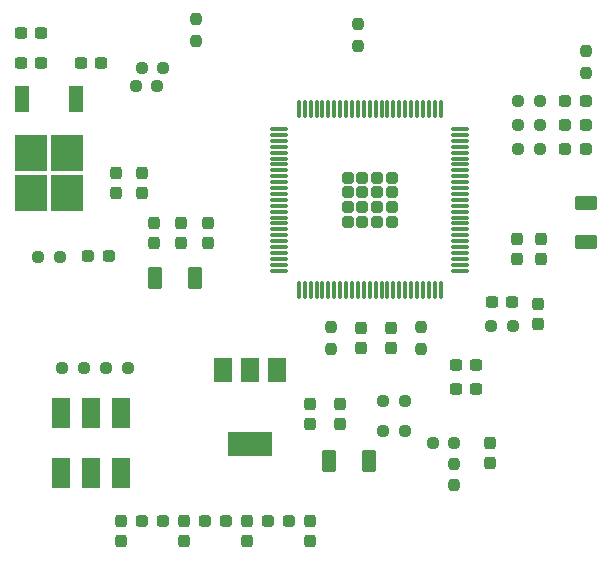
<source format=gtp>
G04 #@! TF.GenerationSoftware,KiCad,Pcbnew,6.0.9-8da3e8f707~116~ubuntu20.04.1*
G04 #@! TF.CreationDate,2022-12-06T17:06:51+01:00*
G04 #@! TF.ProjectId,iqdac,69716461-632e-46b6-9963-61645f706362,rev?*
G04 #@! TF.SameCoordinates,Original*
G04 #@! TF.FileFunction,Paste,Top*
G04 #@! TF.FilePolarity,Positive*
%FSLAX46Y46*%
G04 Gerber Fmt 4.6, Leading zero omitted, Abs format (unit mm)*
G04 Created by KiCad (PCBNEW 6.0.9-8da3e8f707~116~ubuntu20.04.1) date 2022-12-06 17:06:51*
%MOMM*%
%LPD*%
G01*
G04 APERTURE LIST*
G04 Aperture macros list*
%AMRoundRect*
0 Rectangle with rounded corners*
0 $1 Rounding radius*
0 $2 $3 $4 $5 $6 $7 $8 $9 X,Y pos of 4 corners*
0 Add a 4 corners polygon primitive as box body*
4,1,4,$2,$3,$4,$5,$6,$7,$8,$9,$2,$3,0*
0 Add four circle primitives for the rounded corners*
1,1,$1+$1,$2,$3*
1,1,$1+$1,$4,$5*
1,1,$1+$1,$6,$7*
1,1,$1+$1,$8,$9*
0 Add four rect primitives between the rounded corners*
20,1,$1+$1,$2,$3,$4,$5,0*
20,1,$1+$1,$4,$5,$6,$7,0*
20,1,$1+$1,$6,$7,$8,$9,0*
20,1,$1+$1,$8,$9,$2,$3,0*%
G04 Aperture macros list end*
%ADD10RoundRect,0.237500X-0.237500X0.250000X-0.237500X-0.250000X0.237500X-0.250000X0.237500X0.250000X0*%
%ADD11RoundRect,0.250000X0.255000X0.255000X-0.255000X0.255000X-0.255000X-0.255000X0.255000X-0.255000X0*%
%ADD12RoundRect,0.075000X0.662500X0.075000X-0.662500X0.075000X-0.662500X-0.075000X0.662500X-0.075000X0*%
%ADD13RoundRect,0.075000X0.075000X0.662500X-0.075000X0.662500X-0.075000X-0.662500X0.075000X-0.662500X0*%
%ADD14RoundRect,0.237500X0.237500X-0.300000X0.237500X0.300000X-0.237500X0.300000X-0.237500X-0.300000X0*%
%ADD15RoundRect,0.237500X0.287500X0.237500X-0.287500X0.237500X-0.287500X-0.237500X0.287500X-0.237500X0*%
%ADD16R,1.500000X2.000000*%
%ADD17R,3.800000X2.000000*%
%ADD18RoundRect,0.237500X0.300000X0.237500X-0.300000X0.237500X-0.300000X-0.237500X0.300000X-0.237500X0*%
%ADD19RoundRect,0.237500X-0.250000X-0.237500X0.250000X-0.237500X0.250000X0.237500X-0.250000X0.237500X0*%
%ADD20R,1.650000X2.540000*%
%ADD21RoundRect,0.237500X-0.300000X-0.237500X0.300000X-0.237500X0.300000X0.237500X-0.300000X0.237500X0*%
%ADD22RoundRect,0.237500X0.250000X0.237500X-0.250000X0.237500X-0.250000X-0.237500X0.250000X-0.237500X0*%
%ADD23RoundRect,0.237500X-0.287500X-0.237500X0.287500X-0.237500X0.287500X0.237500X-0.287500X0.237500X0*%
%ADD24RoundRect,0.237500X-0.237500X0.300000X-0.237500X-0.300000X0.237500X-0.300000X0.237500X0.300000X0*%
%ADD25RoundRect,0.250000X-0.700000X0.362500X-0.700000X-0.362500X0.700000X-0.362500X0.700000X0.362500X0*%
%ADD26RoundRect,0.250000X-0.362500X-0.700000X0.362500X-0.700000X0.362500X0.700000X-0.362500X0.700000X0*%
%ADD27R,2.750000X3.050000*%
%ADD28R,1.200000X2.200000*%
%ADD29RoundRect,0.250000X0.362500X0.700000X-0.362500X0.700000X-0.362500X-0.700000X0.362500X-0.700000X0*%
%ADD30RoundRect,0.237500X0.237500X-0.250000X0.237500X0.250000X-0.237500X0.250000X-0.237500X-0.250000X0*%
G04 APERTURE END LIST*
D10*
X152400000Y-58119000D03*
X152400000Y-59944000D03*
D11*
X166475000Y-71525000D03*
X168975000Y-71525000D03*
X165225000Y-71525000D03*
X167725000Y-72775000D03*
X167725000Y-75275000D03*
X168975000Y-72775000D03*
X165225000Y-74025000D03*
X165225000Y-75275000D03*
X166475000Y-75275000D03*
X166475000Y-72775000D03*
X165225000Y-72775000D03*
X167725000Y-71525000D03*
X166475000Y-74025000D03*
X168975000Y-75275000D03*
X168975000Y-74025000D03*
X167725000Y-74025000D03*
D12*
X174762500Y-79400000D03*
X174762500Y-78900000D03*
X174762500Y-78400000D03*
X174762500Y-77900000D03*
X174762500Y-77400000D03*
X174762500Y-76900000D03*
X174762500Y-76400000D03*
X174762500Y-75900000D03*
X174762500Y-75400000D03*
X174762500Y-74900000D03*
X174762500Y-74400000D03*
X174762500Y-73900000D03*
X174762500Y-73400000D03*
X174762500Y-72900000D03*
X174762500Y-72400000D03*
X174762500Y-71900000D03*
X174762500Y-71400000D03*
X174762500Y-70900000D03*
X174762500Y-70400000D03*
X174762500Y-69900000D03*
X174762500Y-69400000D03*
X174762500Y-68900000D03*
X174762500Y-68400000D03*
X174762500Y-67900000D03*
X174762500Y-67400000D03*
D13*
X173100000Y-65737500D03*
X172600000Y-65737500D03*
X172100000Y-65737500D03*
X171600000Y-65737500D03*
X171100000Y-65737500D03*
X170600000Y-65737500D03*
X170100000Y-65737500D03*
X169600000Y-65737500D03*
X169100000Y-65737500D03*
X168600000Y-65737500D03*
X168100000Y-65737500D03*
X167600000Y-65737500D03*
X167100000Y-65737500D03*
X166600000Y-65737500D03*
X166100000Y-65737500D03*
X165600000Y-65737500D03*
X165100000Y-65737500D03*
X164600000Y-65737500D03*
X164100000Y-65737500D03*
X163600000Y-65737500D03*
X163100000Y-65737500D03*
X162600000Y-65737500D03*
X162100000Y-65737500D03*
X161600000Y-65737500D03*
X161100000Y-65737500D03*
D12*
X159437500Y-67400000D03*
X159437500Y-67900000D03*
X159437500Y-68400000D03*
X159437500Y-68900000D03*
X159437500Y-69400000D03*
X159437500Y-69900000D03*
X159437500Y-70400000D03*
X159437500Y-70900000D03*
X159437500Y-71400000D03*
X159437500Y-71900000D03*
X159437500Y-72400000D03*
X159437500Y-72900000D03*
X159437500Y-73400000D03*
X159437500Y-73900000D03*
X159437500Y-74400000D03*
X159437500Y-74900000D03*
X159437500Y-75400000D03*
X159437500Y-75900000D03*
X159437500Y-76400000D03*
X159437500Y-76900000D03*
X159437500Y-77400000D03*
X159437500Y-77900000D03*
X159437500Y-78400000D03*
X159437500Y-78900000D03*
X159437500Y-79400000D03*
D13*
X161100000Y-81062500D03*
X161600000Y-81062500D03*
X162100000Y-81062500D03*
X162600000Y-81062500D03*
X163100000Y-81062500D03*
X163600000Y-81062500D03*
X164100000Y-81062500D03*
X164600000Y-81062500D03*
X165100000Y-81062500D03*
X165600000Y-81062500D03*
X166100000Y-81062500D03*
X166600000Y-81062500D03*
X167100000Y-81062500D03*
X167600000Y-81062500D03*
X168100000Y-81062500D03*
X168600000Y-81062500D03*
X169100000Y-81062500D03*
X169600000Y-81062500D03*
X170100000Y-81062500D03*
X170600000Y-81062500D03*
X171100000Y-81062500D03*
X171600000Y-81062500D03*
X172100000Y-81062500D03*
X172600000Y-81062500D03*
X173100000Y-81062500D03*
D14*
X162064000Y-102309000D03*
X162064000Y-100584000D03*
D15*
X185392000Y-67056000D03*
X183642000Y-67056000D03*
D16*
X159272000Y-87782000D03*
X156972000Y-87782000D03*
D17*
X156972000Y-94082000D03*
D16*
X154672000Y-87782000D03*
D14*
X166370000Y-85952500D03*
X166370000Y-84227500D03*
D18*
X144372500Y-61825000D03*
X142647500Y-61825000D03*
D19*
X177395500Y-84074000D03*
X179220500Y-84074000D03*
D20*
X140970000Y-96520000D03*
X143510000Y-96520000D03*
X146050000Y-96520000D03*
X146050000Y-91440000D03*
X143510000Y-91440000D03*
X140970000Y-91440000D03*
D19*
X139041500Y-78232000D03*
X140866500Y-78232000D03*
D21*
X174397500Y-87376000D03*
X176122500Y-87376000D03*
D14*
X181356000Y-83920500D03*
X181356000Y-82195500D03*
D19*
X141073500Y-87630000D03*
X142898500Y-87630000D03*
D22*
X170076500Y-92964000D03*
X168251500Y-92964000D03*
D14*
X148844000Y-77062500D03*
X148844000Y-75337500D03*
D21*
X137567500Y-61825000D03*
X139292500Y-61825000D03*
D23*
X147840500Y-100559000D03*
X149590500Y-100559000D03*
D24*
X181610000Y-76708000D03*
X181610000Y-78433000D03*
D22*
X149098000Y-63754000D03*
X147273000Y-63754000D03*
D15*
X185392000Y-69088000D03*
X183642000Y-69088000D03*
D19*
X179681500Y-65024000D03*
X181506500Y-65024000D03*
D23*
X153162000Y-100571500D03*
X154912000Y-100571500D03*
D19*
X179681500Y-69088000D03*
X181506500Y-69088000D03*
D14*
X177292000Y-95705000D03*
X177292000Y-93980000D03*
D15*
X185392000Y-65024000D03*
X183642000Y-65024000D03*
D14*
X153416000Y-77062500D03*
X153416000Y-75337500D03*
D10*
X171450000Y-84177500D03*
X171450000Y-86002500D03*
D21*
X137567500Y-59285000D03*
X139292500Y-59285000D03*
D25*
X185420000Y-73660000D03*
X185420000Y-76985000D03*
D14*
X147828000Y-72845000D03*
X147828000Y-71120000D03*
X164592000Y-92404500D03*
X164592000Y-90679500D03*
X146050000Y-102309000D03*
X146050000Y-100584000D03*
D22*
X149606000Y-62230000D03*
X147781000Y-62230000D03*
X170076500Y-90424000D03*
X168251500Y-90424000D03*
D19*
X179681500Y-67056000D03*
X181506500Y-67056000D03*
X172419000Y-93980000D03*
X174244000Y-93980000D03*
D26*
X163691500Y-95504000D03*
X167016500Y-95504000D03*
D14*
X162082000Y-92404500D03*
X162082000Y-90679500D03*
D21*
X177445500Y-82042000D03*
X179170500Y-82042000D03*
D14*
X145642500Y-72847500D03*
X145642500Y-71122500D03*
X168910000Y-85952500D03*
X168910000Y-84227500D03*
D27*
X141480000Y-72795000D03*
X138430000Y-69445000D03*
X141480000Y-69445000D03*
X138430000Y-72795000D03*
D28*
X142235000Y-64820000D03*
X137675000Y-64820000D03*
D29*
X152284500Y-80010000D03*
X148959500Y-80010000D03*
D23*
X158496000Y-100571500D03*
X160246000Y-100571500D03*
D10*
X163830000Y-84177500D03*
X163830000Y-86002500D03*
D24*
X179578000Y-76708000D03*
X179578000Y-78433000D03*
D15*
X145023500Y-78192000D03*
X143273500Y-78192000D03*
D14*
X151396500Y-102309000D03*
X151396500Y-100584000D03*
D10*
X174244000Y-95758000D03*
X174244000Y-97583000D03*
D14*
X151130000Y-77062500D03*
X151130000Y-75337500D03*
D30*
X166116000Y-60348500D03*
X166116000Y-58523500D03*
D14*
X156718000Y-102309000D03*
X156718000Y-100584000D03*
D30*
X185420000Y-62634500D03*
X185420000Y-60809500D03*
D21*
X174397500Y-89408000D03*
X176122500Y-89408000D03*
D19*
X144780000Y-87630000D03*
X146605000Y-87630000D03*
M02*

</source>
